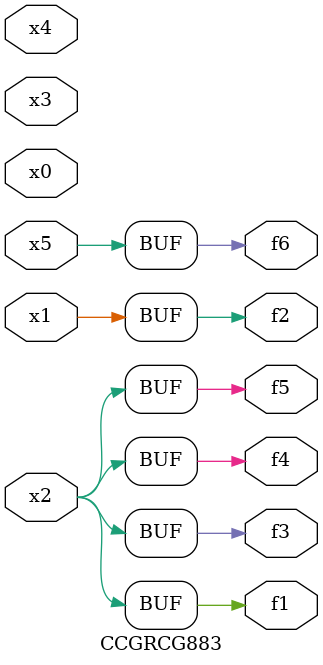
<source format=v>
module CCGRCG883(
	input x0, x1, x2, x3, x4, x5,
	output f1, f2, f3, f4, f5, f6
);
	assign f1 = x2;
	assign f2 = x1;
	assign f3 = x2;
	assign f4 = x2;
	assign f5 = x2;
	assign f6 = x5;
endmodule

</source>
